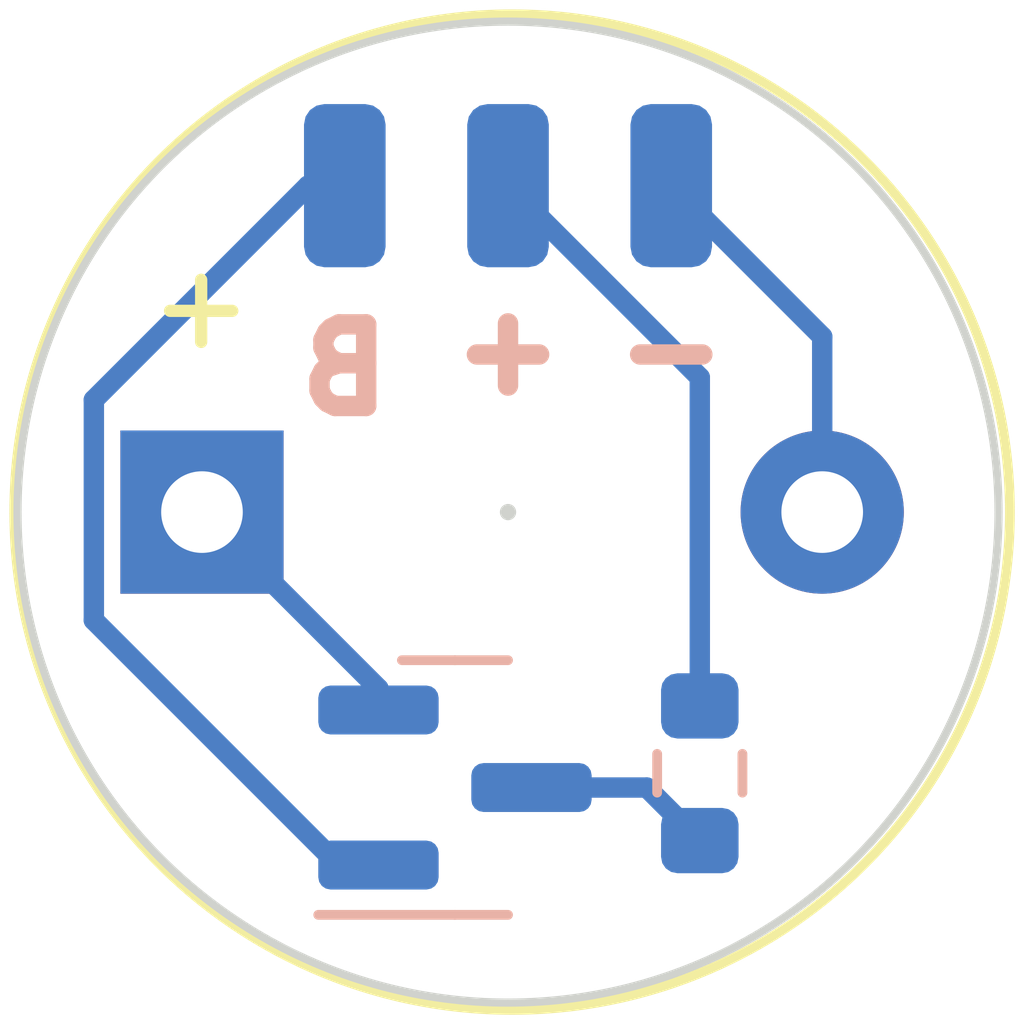
<source format=kicad_pcb>
(kicad_pcb (version 20211014) (generator pcbnew)
  (layers (0 "F.Cu" signal) (31 "B.Cu" signal) (34 "B.Paste" user) (35 "F.Paste" user) (36 "B.SilkS" user "B.Silkscreen") (37 "F.SilkS" user "F.Silkscreen") (38 "B.Mask" user) (39 "F.Mask" user) (44 "Edge.Cuts" user))
  (net 0 "")
  (net 1 "Net-(BZ1-Pad1)")
  (net 2 "GND")
  (net 3 "BUZZ")
  (net 4 "Net-(Q1-Pad3)")
  (net 5 "+5V")
  (footprint "Buzzer_Beeper:Buzzer_12x9.5RM7.6" (layer "F.Cu") (at 121.5 85)
    (fp_text reference "BZ1" hide)
    (fp_text value "Buzzer" hide)
    (fp_text user "+" (at -0.01 -2.54) (layer "F.SilkS"))
    (fp_circle (center 3.8 0) (end 9.9 0) (layer "F.SilkS") (width 0.12) (fill none))
    (pad "1" thru_hole rect (at 0 0) (size 2 2) (drill 1) (layers *.Cu *.Mask) (net 1 "Net-(BZ1-Pad1)"))
    (pad "2" thru_hole circle (at 7.6 0) (size 2 2) (drill 1) (layers *.Cu *.Mask) (net 2 "GND"))
  )
  (footprint "Package_TO_SOT_SMD:SOT-23" (layer "B.Cu") (at 124.6 88.375)
    (fp_text reference "Q1" hide)
    (fp_text value "BC817" hide)
    (fp_line (start 0 -1.56) (end 0.65 -1.56) (layer "B.SilkS") (width 0.12))
    (fp_line (start 0 1.56) (end -1.675 1.56) (layer "B.SilkS") (width 0.12))
    (fp_line (start 0 1.56) (end 0.65 1.56) (layer "B.SilkS") (width 0.12))
    (fp_line (start 0 -1.56) (end -0.65 -1.56) (layer "B.SilkS") (width 0.12))
    (pad "1" smd roundrect (at -0.9375 0.95) (size 1.475 0.6) (layers "B.Cu" "B.Paste" "B.Mask") (net 3 "BUZZ"))
    (pad "2" smd roundrect (at -0.9375 -0.95) (size 1.475 0.6) (layers "B.Cu" "B.Paste" "B.Mask") (net 1 "Net-(BZ1-Pad1)"))
    (pad "3" smd roundrect (at 0.9375 0) (size 1.475 0.6) (layers "B.Cu" "B.Paste" "B.Mask") (net 4 "Net-(Q1-Pad3)"))
  )
  (footprint "Connector_Wire:SolderWirePad_1x01_SMD_1x2mm" (layer "B.Cu") (at 125.25 81 180)
    (fp_text reference "TP1" hide)
    (fp_text value "TestPoint" hide)
    (pad "1" smd roundrect (at 0 0 180) (size 1 2) (layers "B.Cu" "B.Paste" "B.Mask") (net 5 "+5V"))
  )
  (footprint "Connector_Wire:SolderWirePad_1x01_SMD_1x2mm" (layer "B.Cu") (at 127.25 81 180)
    (fp_text reference "TP3" hide)
    (fp_text value "TestPoint" hide)
    (pad "1" smd roundrect (at 0 0 180) (size 1 2) (layers "B.Cu" "B.Paste" "B.Mask") (net 2 "GND"))
  )
  (footprint "Connector_Wire:SolderWirePad_1x01_SMD_1x2mm" (layer "B.Cu") (at 123.25 81 180)
    (fp_text reference "TP2" hide)
    (fp_text value "TestPoint" hide)
    (pad "1" smd roundrect (at 0 0 180) (size 1 2) (layers "B.Cu" "B.Paste" "B.Mask") (net 3 "BUZZ"))
  )
  (footprint "Resistor_SMD:R_0603_1608Metric" (layer "B.Cu") (at 127.6 88.2 -90)
    (fp_text reference "R1" hide)
    (fp_text value "R" hide)
    (fp_line (start -0.237258 0.5225) (end 0.237258 0.5225) (layer "B.SilkS") (width 0.12))
    (fp_line (start -0.237258 -0.5225) (end 0.237258 -0.5225) (layer "B.SilkS") (width 0.12))
    (pad "1" smd roundrect (at -0.825 0 270) (size 0.8 0.95) (layers "B.Cu" "B.Paste" "B.Mask") (net 5 "+5V"))
    (pad "2" smd roundrect (at 0.825 0 270) (size 0.8 0.95) (layers "B.Cu" "B.Paste" "B.Mask") (net 4 "Net-(Q1-Pad3)"))
  )
  (gr_arc (start 125.25 85) (mid 125.25 85) (end 125.25 85) (layer "Edge.Cuts") (width 0.1))
  (gr_circle (center 125.25 85) (end 131 86.75) (layer "Edge.Cuts") (width 0.1) (fill none))
  (gr_text "-" (at 127.25 83) (layer "B.SilkS") (effects (font (size 1 1) (thickness 0.25)) (justify mirror)))
  (gr_text "+" (at 125.25 83) (layer "B.SilkS") (effects (font (size 1 1) (thickness 0.25)) (justify mirror)))
  (gr_text "B" (at 123.25 83.25) (layer "B.SilkS") (effects (font (size 1 1) (thickness 0.25)) (justify mirror)))
  (segment (start 123.6625 87.1625) (end 121.5 85) (width 0.25) (layer "B.Cu") (net 1))
  (segment (start 123.6625 87.425) (end 123.6625 87.1625) (width 0.25) (layer "B.Cu") (net 1))
  (segment (start 129.1 82.85) (end 127.25 81) (width 0.25) (layer "B.Cu") (net 2))
  (segment (start 129.1 85) (end 129.1 82.85) (width 0.25) (layer "B.Cu") (net 2))
  (segment (start 123.175 89.325) (end 120.175 86.325) (width 0.25) (layer "B.Cu") (net 3))
  (segment (start 120.175 83.625) (end 122.8 81) (width 0.25) (layer "B.Cu") (net 3))
  (segment (start 122.8 81) (end 123.25 81) (width 0.25) (layer "B.Cu") (net 3))
  (segment (start 120.175 86.325) (end 120.175 83.625) (width 0.25) (layer "B.Cu") (net 3))
  (segment (start 123.6625 89.325) (end 123.175 89.325) (width 0.25) (layer "B.Cu") (net 3))
  (segment (start 126.95 88.375) (end 127.6 89.025) (width 0.25) (layer "B.Cu") (net 4))
  (segment (start 125.5375 88.375) (end 126.95 88.375) (width 0.25) (layer "B.Cu") (net 4))
  (segment (start 127.6 83.35) (end 125.25 81) (width 0.25) (layer "B.Cu") (net 5))
  (segment (start 127.6 87.375) (end 127.6 83.35) (width 0.25) (layer "B.Cu") (net 5))
)
</source>
